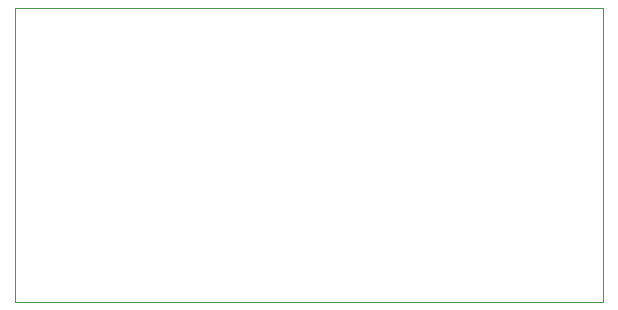
<source format=gbr>
G04 (created by PCBNEW (2013-june-11)-stable) date Sun 07 Dec 2014 10:12:18 PM EST*
%MOIN*%
G04 Gerber Fmt 3.4, Leading zero omitted, Abs format*
%FSLAX34Y34*%
G01*
G70*
G90*
G04 APERTURE LIST*
%ADD10C,0.00590551*%
%ADD11C,0.00393701*%
G04 APERTURE END LIST*
G54D10*
G54D11*
X39400Y-49200D02*
X39400Y-39400D01*
X59000Y-49200D02*
X39400Y-49200D01*
X59000Y-39400D02*
X59000Y-49200D01*
X39400Y-39400D02*
X59000Y-39400D01*
M02*

</source>
